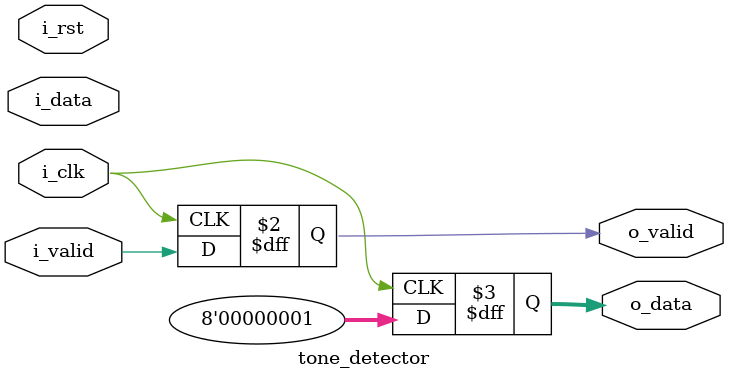
<source format=sv>
`timescale 1 ns / 1 ns

module tone_detector
#(  parameter DATA_WIDTH_IN = 16,
    parameter DATA_WIDTH_OUT = 8
)(  input logic i_clk,
    input logic i_rst,
    input logic i_valid,
    input logic signed [DATA_WIDTH_IN-1:0] i_data,
    output logic o_valid,
    output logic [DATA_WIDTH_OUT-1:0] o_data);

  
    always @(posedge i_clk) begin
        o_data <= 1;		// Just a dummy assignement. Replace with your code.
        o_valid <= i_valid;	// Just a dummy assignement. Replace with your code.
    end
    
endmodule 

</source>
